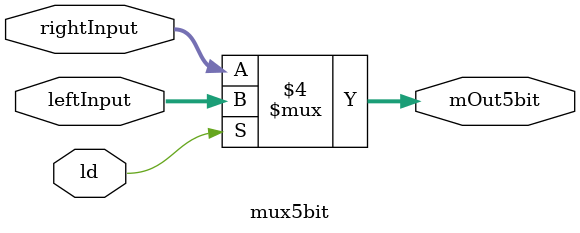
<source format=v>
`timescale 1ns / 1ps

module mux5bit(
    input ld,
    input [4:0] leftInput,rightInput,
    output reg [4:0] mOut5bit
    );
    always @(*)begin
        if(ld==1)
            mOut5bit<=leftInput;
        else
            mOut5bit<=rightInput;
    end
endmodule

</source>
